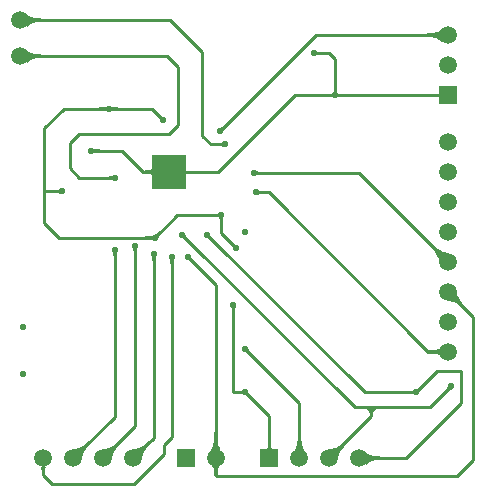
<source format=gbl>
G04*
G04 #@! TF.GenerationSoftware,Altium Limited,Altium Designer,18.1.7 (191)*
G04*
G04 Layer_Physical_Order=2*
G04 Layer_Color=16711680*
%FSLAX43Y43*%
%MOMM*%
G71*
G01*
G75*
%ADD51C,0.230*%
%ADD52R,3.000X3.000*%
%ADD53C,1.500*%
%ADD54R,1.500X1.500*%
%ADD55R,1.500X1.500*%
%ADD56C,0.550*%
%ADD57C,0.580*%
%ADD58C,0.900*%
G36*
X4813Y41219D02*
X4923Y41148D01*
X5050Y41086D01*
X5195Y41032D01*
X5357Y40986D01*
X5537Y40949D01*
X5734Y40919D01*
X6182Y40886D01*
X6432Y40882D01*
Y40652D01*
X6182Y40648D01*
X5734Y40615D01*
X5537Y40585D01*
X5357Y40548D01*
X5195Y40502D01*
X5050Y40448D01*
X4923Y40386D01*
X4813Y40315D01*
X4721Y40236D01*
Y41298D01*
X4813Y41219D01*
D02*
G37*
G36*
X39856Y38966D02*
X39764Y39045D01*
X39654Y39116D01*
X39527Y39178D01*
X39382Y39232D01*
X39220Y39278D01*
X39040Y39315D01*
X38843Y39345D01*
X38395Y39378D01*
X38145Y39382D01*
Y39612D01*
X38395Y39616D01*
X38843Y39649D01*
X39040Y39679D01*
X39220Y39716D01*
X39382Y39762D01*
X39527Y39816D01*
X39654Y39878D01*
X39764Y39949D01*
X39856Y40028D01*
Y38966D01*
D02*
G37*
G36*
X4813Y38171D02*
X4923Y38100D01*
X5050Y38038D01*
X5195Y37984D01*
X5357Y37938D01*
X5537Y37901D01*
X5734Y37871D01*
X6182Y37838D01*
X6432Y37834D01*
Y37604D01*
X6182Y37600D01*
X5734Y37567D01*
X5537Y37537D01*
X5357Y37500D01*
X5195Y37454D01*
X5050Y37400D01*
X4923Y37338D01*
X4813Y37267D01*
X4721Y37188D01*
Y38250D01*
X4813Y38171D01*
D02*
G37*
G36*
X11899Y33453D02*
X11928Y33440D01*
X11966Y33428D01*
X12013Y33418D01*
X12070Y33409D01*
X12208Y33396D01*
X12383Y33390D01*
X12484Y33389D01*
Y33159D01*
X12383Y33158D01*
X12070Y33139D01*
X12013Y33130D01*
X11966Y33120D01*
X11928Y33108D01*
X11899Y33095D01*
X11878Y33079D01*
Y33469D01*
X11899Y33453D01*
D02*
G37*
G36*
X11490Y33079D02*
X11469Y33095D01*
X11440Y33108D01*
X11402Y33120D01*
X11355Y33130D01*
X11298Y33139D01*
X11160Y33152D01*
X10985Y33158D01*
X10884Y33159D01*
Y33389D01*
X10985Y33390D01*
X11298Y33409D01*
X11355Y33418D01*
X11402Y33428D01*
X11440Y33440D01*
X11469Y33453D01*
X11490Y33469D01*
Y33079D01*
D02*
G37*
G36*
X15844Y32893D02*
X16079Y32685D01*
X16125Y32652D01*
X16165Y32625D01*
X16201Y32607D01*
X16231Y32596D01*
X16256Y32592D01*
X15981Y32317D01*
X15977Y32342D01*
X15966Y32372D01*
X15948Y32408D01*
X15921Y32448D01*
X15888Y32494D01*
X15799Y32601D01*
X15680Y32729D01*
X15609Y32801D01*
X15772Y32964D01*
X15844Y32893D01*
D02*
G37*
G36*
X21729Y31853D02*
X21658Y31781D01*
X21450Y31546D01*
X21417Y31500D01*
X21390Y31460D01*
X21372Y31424D01*
X21361Y31394D01*
X21357Y31369D01*
X21082Y31644D01*
X21107Y31648D01*
X21137Y31659D01*
X21173Y31677D01*
X21213Y31704D01*
X21259Y31737D01*
X21366Y31826D01*
X21494Y31945D01*
X21566Y32016D01*
X21729Y31853D01*
D02*
G37*
G36*
X21304Y30066D02*
X21283Y30082D01*
X21254Y30095D01*
X21216Y30107D01*
X21169Y30117D01*
X21112Y30126D01*
X20974Y30139D01*
X20799Y30145D01*
X20698Y30146D01*
Y30376D01*
X20799Y30377D01*
X21112Y30396D01*
X21169Y30405D01*
X21216Y30415D01*
X21254Y30427D01*
X21283Y30440D01*
X21304Y30456D01*
Y30066D01*
D02*
G37*
G36*
X10375Y29897D02*
X10404Y29884D01*
X10442Y29872D01*
X10489Y29862D01*
X10546Y29853D01*
X10684Y29840D01*
X10859Y29834D01*
X10960Y29833D01*
Y29603D01*
X10859Y29602D01*
X10546Y29583D01*
X10489Y29574D01*
X10442Y29564D01*
X10404Y29552D01*
X10375Y29539D01*
X10354Y29523D01*
Y29913D01*
X10375Y29897D01*
D02*
G37*
G36*
X15301Y27656D02*
X15295Y27689D01*
X15278Y27719D01*
X15249Y27744D01*
X15209Y27767D01*
X15157Y27786D01*
X15093Y27801D01*
X15018Y27813D01*
X14931Y27822D01*
X14723Y27829D01*
Y28059D01*
X14833Y28061D01*
X15018Y28075D01*
X15093Y28087D01*
X15157Y28102D01*
X15209Y28121D01*
X15249Y28144D01*
X15278Y28169D01*
X15295Y28199D01*
X15301Y28232D01*
Y27656D01*
D02*
G37*
G36*
X24218Y27992D02*
X24247Y27979D01*
X24285Y27967D01*
X24332Y27957D01*
X24389Y27948D01*
X24527Y27935D01*
X24702Y27929D01*
X24803Y27928D01*
Y27698D01*
X24702Y27697D01*
X24389Y27678D01*
X24332Y27669D01*
X24285Y27659D01*
X24247Y27647D01*
X24218Y27634D01*
X24197Y27618D01*
Y28008D01*
X24218Y27992D01*
D02*
G37*
G36*
X11998Y27229D02*
X11977Y27244D01*
X11948Y27258D01*
X11910Y27270D01*
X11863Y27280D01*
X11806Y27289D01*
X11668Y27301D01*
X11493Y27308D01*
X11392Y27309D01*
Y27539D01*
X11493Y27539D01*
X11806Y27559D01*
X11863Y27567D01*
X11910Y27578D01*
X11948Y27590D01*
X11977Y27603D01*
X11998Y27618D01*
Y27229D01*
D02*
G37*
G36*
X7502Y26094D02*
X7482Y26110D01*
X7452Y26123D01*
X7414Y26135D01*
X7367Y26145D01*
X7311Y26154D01*
X7172Y26167D01*
X6997Y26173D01*
X6897Y26174D01*
Y26404D01*
X6997Y26405D01*
X7311Y26424D01*
X7367Y26433D01*
X7414Y26443D01*
X7452Y26455D01*
X7482Y26468D01*
X7502Y26484D01*
Y26094D01*
D02*
G37*
G36*
X24345Y26373D02*
X24374Y26360D01*
X24412Y26348D01*
X24459Y26338D01*
X24516Y26329D01*
X24654Y26316D01*
X24829Y26310D01*
X24930Y26309D01*
Y26079D01*
X24829Y26078D01*
X24516Y26059D01*
X24459Y26050D01*
X24412Y26040D01*
X24374Y26028D01*
X24345Y26015D01*
X24324Y25999D01*
Y26389D01*
X24345Y26373D01*
D02*
G37*
G36*
X21015Y24063D02*
X21404D01*
X21388Y24042D01*
X21375Y24013D01*
X21363Y23975D01*
X21353Y23928D01*
X21344Y23871D01*
X21331Y23733D01*
X21325Y23558D01*
X21324Y23457D01*
X21094D01*
X21093Y23558D01*
X21074Y23871D01*
X21065Y23928D01*
X21055Y23975D01*
X21043Y24013D01*
X21030Y24042D01*
X21015Y24063D01*
X20994Y24078D01*
X20965Y24091D01*
X20927Y24103D01*
X20880Y24113D01*
X20823Y24122D01*
X20685Y24135D01*
X20510Y24141D01*
X20409Y24142D01*
Y24372D01*
X20510Y24373D01*
X20823Y24392D01*
X20880Y24401D01*
X20927Y24411D01*
X20965Y24423D01*
X20994Y24436D01*
X21015Y24452D01*
Y24063D01*
D02*
G37*
G36*
X16192Y22836D02*
X16121Y22764D01*
X15913Y22529D01*
X15880Y22483D01*
X15854Y22443D01*
X15835Y22407D01*
X15824Y22377D01*
X15820Y22352D01*
X15545Y22627D01*
X15570Y22631D01*
X15600Y22642D01*
X15636Y22660D01*
X15676Y22687D01*
X15722Y22720D01*
X15829Y22809D01*
X15957Y22928D01*
X16029Y22999D01*
X16192Y22836D01*
D02*
G37*
G36*
X15351Y22157D02*
X15330Y22173D01*
X15301Y22186D01*
X15263Y22198D01*
X15216Y22208D01*
X15159Y22217D01*
X15021Y22230D01*
X14846Y22236D01*
X14745Y22237D01*
Y22467D01*
X14846Y22468D01*
X15159Y22487D01*
X15216Y22496D01*
X15263Y22506D01*
X15301Y22518D01*
X15330Y22531D01*
X15351Y22547D01*
Y22157D01*
D02*
G37*
G36*
X20269Y22581D02*
X20280Y22551D01*
X20299Y22515D01*
X20325Y22475D01*
X20358Y22429D01*
X20447Y22322D01*
X20566Y22194D01*
X20637Y22122D01*
X20474Y21959D01*
X20402Y22030D01*
X20167Y22238D01*
X20121Y22271D01*
X20081Y22298D01*
X20045Y22316D01*
X20015Y22327D01*
X19990Y22331D01*
X20265Y22606D01*
X20269Y22581D01*
D02*
G37*
G36*
X18186D02*
X18197Y22551D01*
X18215Y22515D01*
X18242Y22475D01*
X18275Y22429D01*
X18364Y22322D01*
X18483Y22194D01*
X18554Y22122D01*
X18391Y21959D01*
X18319Y22030D01*
X18084Y22238D01*
X18038Y22271D01*
X17998Y22298D01*
X17962Y22316D01*
X17932Y22327D01*
X17907Y22331D01*
X18182Y22606D01*
X18186Y22581D01*
D02*
G37*
G36*
X22067Y22039D02*
X22302Y21831D01*
X22348Y21798D01*
X22388Y21771D01*
X22424Y21753D01*
X22454Y21742D01*
X22479Y21738D01*
X22204Y21463D01*
X22200Y21488D01*
X22189Y21518D01*
X22170Y21554D01*
X22144Y21594D01*
X22111Y21640D01*
X22022Y21747D01*
X21903Y21875D01*
X21832Y21947D01*
X21995Y22110D01*
X22067Y22039D01*
D02*
G37*
G36*
X14083Y21442D02*
X14069Y21413D01*
X14057Y21374D01*
X14047Y21327D01*
X14038Y21271D01*
X14026Y21132D01*
X14019Y20957D01*
X14018Y20857D01*
X13788D01*
X13788Y20957D01*
X13769Y21271D01*
X13760Y21327D01*
X13749Y21374D01*
X13738Y21413D01*
X13724Y21442D01*
X13709Y21462D01*
X14098D01*
X14083Y21442D01*
D02*
G37*
G36*
X12371Y21121D02*
X12358Y21092D01*
X12346Y21054D01*
X12336Y21007D01*
X12327Y20950D01*
X12314Y20812D01*
X12308Y20637D01*
X12307Y20536D01*
X12077D01*
X12076Y20637D01*
X12057Y20950D01*
X12048Y21007D01*
X12038Y21054D01*
X12026Y21092D01*
X12013Y21121D01*
X11997Y21142D01*
X12387D01*
X12371Y21121D01*
D02*
G37*
G36*
X39062Y21816D02*
X39403Y21523D01*
X39563Y21404D01*
X39716Y21303D01*
X39864Y21221D01*
X40004Y21157D01*
X40138Y21111D01*
X40266Y21083D01*
X40386Y21074D01*
X39636Y20324D01*
X39627Y20444D01*
X39599Y20572D01*
X39553Y20706D01*
X39489Y20846D01*
X39407Y20994D01*
X39306Y21147D01*
X39187Y21307D01*
X38894Y21648D01*
X38720Y21827D01*
X38883Y21990D01*
X39062Y21816D01*
D02*
G37*
G36*
X15673Y20740D02*
X15660Y20711D01*
X15648Y20673D01*
X15638Y20626D01*
X15629Y20569D01*
X15616Y20431D01*
X15610Y20256D01*
X15609Y20155D01*
X15379D01*
X15378Y20256D01*
X15359Y20569D01*
X15350Y20626D01*
X15340Y20673D01*
X15328Y20711D01*
X15315Y20740D01*
X15299Y20761D01*
X15689D01*
X15673Y20740D01*
D02*
G37*
G36*
X18694Y20676D02*
X18705Y20646D01*
X18723Y20610D01*
X18750Y20570D01*
X18783Y20524D01*
X18872Y20417D01*
X18991Y20289D01*
X19062Y20217D01*
X18899Y20054D01*
X18827Y20125D01*
X18592Y20333D01*
X18546Y20366D01*
X18506Y20392D01*
X18470Y20411D01*
X18440Y20422D01*
X18415Y20426D01*
X18690Y20701D01*
X18694Y20676D01*
D02*
G37*
G36*
X17208Y20486D02*
X17195Y20457D01*
X17183Y20419D01*
X17173Y20372D01*
X17164Y20315D01*
X17151Y20177D01*
X17145Y20002D01*
X17144Y19901D01*
X16914D01*
X16913Y20002D01*
X16894Y20315D01*
X16885Y20372D01*
X16875Y20419D01*
X16863Y20457D01*
X16850Y20486D01*
X16834Y20507D01*
X17224D01*
X17208Y20486D01*
D02*
G37*
G36*
X41145Y17664D02*
X41173Y17536D01*
X41219Y17402D01*
X41283Y17262D01*
X41365Y17114D01*
X41466Y16961D01*
X41585Y16801D01*
X41878Y16460D01*
X42052Y16281D01*
X41889Y16118D01*
X41710Y16292D01*
X41369Y16585D01*
X41209Y16704D01*
X41056Y16805D01*
X40908Y16887D01*
X40768Y16951D01*
X40634Y16997D01*
X40506Y17025D01*
X40386Y17034D01*
X41136Y17784D01*
X41145Y17664D01*
D02*
G37*
G36*
X22404Y16476D02*
X22391Y16447D01*
X22379Y16409D01*
X22369Y16362D01*
X22360Y16305D01*
X22347Y16167D01*
X22341Y15992D01*
X22340Y15891D01*
X22110D01*
X22109Y15992D01*
X22090Y16305D01*
X22081Y16362D01*
X22071Y16409D01*
X22059Y16447D01*
X22046Y16476D01*
X22030Y16497D01*
X22420D01*
X22404Y16476D01*
D02*
G37*
G36*
X39729Y12342D02*
X39695Y12389D01*
X39646Y12431D01*
X39582Y12468D01*
X39504Y12500D01*
X39412Y12527D01*
X39304Y12549D01*
X39183Y12567D01*
X38896Y12587D01*
X38731Y12589D01*
Y12819D01*
X38896Y12821D01*
X39183Y12841D01*
X39304Y12859D01*
X39412Y12881D01*
X39504Y12908D01*
X39582Y12940D01*
X39646Y12977D01*
X39695Y13019D01*
X39729Y13066D01*
Y12342D01*
D02*
G37*
G36*
X23520Y12929D02*
X23531Y12899D01*
X23549Y12863D01*
X23576Y12823D01*
X23609Y12777D01*
X23698Y12670D01*
X23817Y12542D01*
X23888Y12470D01*
X23725Y12307D01*
X23653Y12378D01*
X23418Y12586D01*
X23372Y12619D01*
X23332Y12646D01*
X23296Y12664D01*
X23266Y12675D01*
X23241Y12679D01*
X23516Y12954D01*
X23520Y12929D01*
D02*
G37*
G36*
X38366Y9755D02*
X38295Y9683D01*
X38087Y9448D01*
X38054Y9402D01*
X38028Y9362D01*
X38009Y9326D01*
X37998Y9296D01*
X37994Y9271D01*
X37719Y9546D01*
X37744Y9550D01*
X37774Y9561D01*
X37810Y9580D01*
X37850Y9606D01*
X37896Y9639D01*
X38003Y9728D01*
X38131Y9847D01*
X38203Y9918D01*
X38366Y9755D01*
D02*
G37*
G36*
X40640Y9504D02*
X40615Y9500D01*
X40585Y9489D01*
X40549Y9470D01*
X40509Y9444D01*
X40463Y9411D01*
X40356Y9322D01*
X40228Y9203D01*
X40156Y9132D01*
X39993Y9295D01*
X40064Y9367D01*
X40272Y9602D01*
X40305Y9648D01*
X40332Y9688D01*
X40350Y9724D01*
X40361Y9754D01*
X40365Y9779D01*
X40640Y9504D01*
D02*
G37*
G36*
X37525Y9076D02*
X37504Y9092D01*
X37475Y9105D01*
X37437Y9117D01*
X37390Y9127D01*
X37333Y9136D01*
X37195Y9149D01*
X37020Y9155D01*
X36919Y9156D01*
Y9386D01*
X37020Y9387D01*
X37333Y9406D01*
X37390Y9415D01*
X37437Y9425D01*
X37475Y9437D01*
X37504Y9450D01*
X37525Y9466D01*
Y9076D01*
D02*
G37*
G36*
X23047D02*
X23026Y9092D01*
X22997Y9105D01*
X22959Y9117D01*
X22912Y9127D01*
X22855Y9136D01*
X22717Y9149D01*
X22542Y9155D01*
X22441Y9156D01*
Y9386D01*
X22542Y9387D01*
X22855Y9406D01*
X22912Y9415D01*
X22959Y9425D01*
X22997Y9437D01*
X23026Y9450D01*
X23047Y9466D01*
Y9076D01*
D02*
G37*
G36*
X23520Y9246D02*
X23531Y9216D01*
X23549Y9180D01*
X23576Y9140D01*
X23609Y9094D01*
X23698Y8987D01*
X23817Y8859D01*
X23888Y8787D01*
X23725Y8624D01*
X23653Y8695D01*
X23418Y8903D01*
X23372Y8936D01*
X23332Y8962D01*
X23296Y8981D01*
X23266Y8992D01*
X23241Y8996D01*
X23516Y9271D01*
X23520Y9246D01*
D02*
G37*
G36*
X34599Y7886D02*
X34490Y7880D01*
X34392Y7860D01*
X34306Y7828D01*
X34231Y7782D01*
X34168Y7724D01*
X34116Y7653D01*
X34076Y7569D01*
X34047Y7472D01*
X34030Y7362D01*
X34024Y7239D01*
X33794D01*
X33788Y7362D01*
X33771Y7472D01*
X33742Y7569D01*
X33702Y7653D01*
X33650Y7724D01*
X33587Y7782D01*
X33512Y7828D01*
X33426Y7860D01*
X33328Y7880D01*
X33219Y7886D01*
X33909Y8116D01*
X34599Y7886D01*
D02*
G37*
G36*
X25390Y4895D02*
X25404Y4710D01*
X25416Y4635D01*
X25431Y4571D01*
X25450Y4519D01*
X25473Y4479D01*
X25498Y4450D01*
X25528Y4433D01*
X25560Y4427D01*
X24986D01*
X25018Y4433D01*
X25048Y4450D01*
X25073Y4479D01*
X25096Y4519D01*
X25115Y4571D01*
X25130Y4635D01*
X25142Y4710D01*
X25151Y4797D01*
X25158Y5005D01*
X25388D01*
X25390Y4895D01*
D02*
G37*
G36*
X27932Y5674D02*
X27965Y5226D01*
X27995Y5029D01*
X28032Y4849D01*
X28078Y4687D01*
X28132Y4542D01*
X28194Y4415D01*
X28265Y4305D01*
X28344Y4213D01*
X27282D01*
X27361Y4305D01*
X27432Y4415D01*
X27494Y4542D01*
X27548Y4687D01*
X27594Y4849D01*
X27631Y5029D01*
X27661Y5226D01*
X27694Y5674D01*
X27698Y5924D01*
X27928D01*
X27932Y5674D01*
D02*
G37*
G36*
X20847D02*
X20880Y5226D01*
X20910Y5029D01*
X20947Y4849D01*
X20993Y4687D01*
X21047Y4542D01*
X21109Y4415D01*
X21180Y4305D01*
X21259Y4213D01*
X20197D01*
X20276Y4305D01*
X20347Y4415D01*
X20409Y4542D01*
X20463Y4687D01*
X20509Y4849D01*
X20546Y5029D01*
X20576Y5226D01*
X20609Y5674D01*
X20613Y5924D01*
X20843D01*
X20847Y5674D01*
D02*
G37*
G36*
X32019Y5186D02*
X31845Y5007D01*
X31552Y4666D01*
X31433Y4506D01*
X31332Y4353D01*
X31250Y4205D01*
X31186Y4065D01*
X31140Y3931D01*
X31112Y3803D01*
X31103Y3683D01*
X30353Y4433D01*
X30473Y4442D01*
X30601Y4470D01*
X30735Y4516D01*
X30875Y4580D01*
X31023Y4662D01*
X31176Y4763D01*
X31336Y4882D01*
X31677Y5175D01*
X31856Y5349D01*
X32019Y5186D01*
D02*
G37*
G36*
X15409D02*
X15235Y5007D01*
X14942Y4666D01*
X14823Y4506D01*
X14722Y4353D01*
X14640Y4205D01*
X14576Y4065D01*
X14530Y3931D01*
X14502Y3803D01*
X14493Y3683D01*
X13743Y4433D01*
X13863Y4442D01*
X13991Y4470D01*
X14125Y4516D01*
X14265Y4580D01*
X14413Y4662D01*
X14566Y4763D01*
X14726Y4882D01*
X15067Y5175D01*
X15246Y5349D01*
X15409Y5186D01*
D02*
G37*
G36*
X12869D02*
X12695Y5007D01*
X12402Y4666D01*
X12283Y4506D01*
X12182Y4353D01*
X12100Y4205D01*
X12036Y4065D01*
X11990Y3931D01*
X11962Y3803D01*
X11953Y3683D01*
X11203Y4433D01*
X11323Y4442D01*
X11451Y4470D01*
X11585Y4516D01*
X11725Y4580D01*
X11873Y4662D01*
X12026Y4763D01*
X12186Y4882D01*
X12527Y5175D01*
X12706Y5349D01*
X12869Y5186D01*
D02*
G37*
G36*
X10329D02*
X10155Y5007D01*
X9862Y4666D01*
X9743Y4506D01*
X9642Y4353D01*
X9560Y4205D01*
X9496Y4065D01*
X9450Y3931D01*
X9422Y3803D01*
X9413Y3683D01*
X8663Y4433D01*
X8783Y4442D01*
X8911Y4470D01*
X9045Y4516D01*
X9185Y4580D01*
X9333Y4662D01*
X9486Y4763D01*
X9646Y4882D01*
X9987Y5175D01*
X10166Y5349D01*
X10329Y5186D01*
D02*
G37*
G36*
X33515Y4135D02*
X33625Y4064D01*
X33752Y4002D01*
X33897Y3948D01*
X34059Y3902D01*
X34239Y3865D01*
X34436Y3835D01*
X34884Y3802D01*
X35134Y3798D01*
Y3568D01*
X34884Y3564D01*
X34436Y3531D01*
X34239Y3501D01*
X34059Y3464D01*
X33897Y3418D01*
X33752Y3364D01*
X33625Y3302D01*
X33515Y3231D01*
X33423Y3152D01*
Y4214D01*
X33515Y4135D01*
D02*
G37*
G36*
X6354Y2963D02*
X6330Y2934D01*
X6308Y2894D01*
X6290Y2843D01*
X6274Y2779D01*
X6261Y2704D01*
X6251Y2617D01*
X6239Y2408D01*
X6238Y2286D01*
X6008D01*
X6007Y2408D01*
X5985Y2704D01*
X5972Y2779D01*
X5956Y2843D01*
X5938Y2894D01*
X5916Y2934D01*
X5892Y2963D01*
X5864Y2979D01*
X6382D01*
X6354Y2963D01*
D02*
G37*
G36*
X21001Y2976D02*
X20968Y2938D01*
X20938Y2887D01*
X20913Y2823D01*
X20892Y2746D01*
X20874Y2655D01*
X20861Y2551D01*
X20845Y2303D01*
X20843Y2159D01*
X20613D01*
X20611Y2303D01*
X20582Y2655D01*
X20564Y2746D01*
X20543Y2823D01*
X20518Y2887D01*
X20488Y2938D01*
X20455Y2976D01*
X20418Y3000D01*
X21038D01*
X21001Y2976D01*
D02*
G37*
D51*
X30836Y34417D02*
Y37490D01*
X30353Y37973D02*
X30836Y37490D01*
X29083Y37973D02*
X30353D01*
X20959Y27944D02*
X27432Y34417D01*
X30836D01*
X40386D01*
X21082Y31369D02*
X29210Y39497D01*
X16891Y40767D02*
X19558Y38100D01*
X4191Y40767D02*
X16891D01*
X16637Y37719D02*
X17526Y36830D01*
X4191Y37719D02*
X16637D01*
X6223Y26416D02*
Y31623D01*
Y23622D02*
Y26416D01*
X6350Y26289D01*
X7696D01*
X9179Y27424D02*
X12192D01*
X8382Y28221D02*
X9179Y27424D01*
X8382Y28221D02*
Y30353D01*
X20285Y30261D02*
X21498D01*
X19558Y30988D02*
X20285Y30261D01*
X19558Y30988D02*
Y38100D01*
X17526Y31877D02*
Y36830D01*
X16764Y31115D02*
X17526Y31877D01*
X9144Y31115D02*
X16764D01*
X8382Y30353D02*
X9144Y31115D01*
X15299Y33274D02*
X16256Y32317D01*
X11684Y33274D02*
X15299D01*
X7874D02*
X11684D01*
X6223Y31623D02*
X7874Y33274D01*
X7493Y22352D02*
X15545D01*
X6223Y23622D02*
X7493Y22352D01*
X16795Y27944D02*
X20959D01*
X17450Y24257D02*
X21209D01*
X15545Y22352D02*
X17450Y24257D01*
X22225Y9271D02*
X23241D01*
X22225D02*
Y16691D01*
X25273Y3683D02*
Y7239D01*
X23241Y9271D02*
X25273Y7239D01*
X27813Y3683D02*
Y8382D01*
X23241Y12954D02*
X27813Y8382D01*
X39497Y11049D02*
X41529D01*
Y8382D02*
Y11049D01*
X36830Y3683D02*
X41529Y8382D01*
X40386Y17784D02*
X42545Y15625D01*
Y3556D02*
Y15625D01*
X41148Y2159D02*
X42545Y3556D01*
X33909Y8001D02*
X38862D01*
X32512D02*
X33909D01*
Y7239D02*
Y8001D01*
X30353Y3683D02*
X33909Y7239D01*
X32893Y3683D02*
X36830D01*
X37719Y9271D02*
X39497Y11049D01*
X20728Y3683D02*
Y18388D01*
Y2159D02*
Y3683D01*
Y2159D02*
X41148D01*
X21209Y22733D02*
Y24257D01*
Y22733D02*
X22479Y21463D01*
X14601Y27944D02*
X16795D01*
X12827Y29718D02*
X14601Y27944D01*
X10160Y29718D02*
X12827D01*
X38731Y12704D02*
X40386D01*
X25241Y26194D02*
X38731Y12704D01*
X24130Y26194D02*
X25241D01*
X32897Y27813D02*
X40386Y20324D01*
X24003Y27813D02*
X32897D01*
X29210Y39497D02*
X40386D01*
X38862Y8001D02*
X40640Y9779D01*
X17907Y22606D02*
X32512Y8001D01*
X33325Y9271D02*
X37719D01*
X40640Y9652D02*
Y9779D01*
X19990Y22606D02*
X33325Y9271D01*
X17907Y22549D02*
Y22606D01*
X12192Y7212D02*
Y21336D01*
X8663Y3683D02*
X12192Y7212D01*
X17029Y5472D02*
Y20701D01*
X16383Y4826D02*
X17029Y5472D01*
X16383Y4064D02*
Y4826D01*
X13843Y1524D02*
X16383Y4064D01*
X6885Y1524D02*
X13843D01*
X13743Y3683D02*
X15494Y5434D01*
Y20955D01*
X11203Y3683D02*
X13903Y6383D01*
Y21657D01*
X6123Y2286D02*
Y3683D01*
Y2286D02*
X6885Y1524D01*
X18415Y20701D02*
X20728Y18388D01*
D52*
X16795Y27944D02*
D03*
D53*
X4191Y37719D02*
D03*
Y40767D02*
D03*
X32893Y3683D02*
D03*
X30353D02*
D03*
X27813D02*
D03*
X20728D02*
D03*
X40386Y36957D02*
D03*
Y39497D02*
D03*
Y30484D02*
D03*
Y27944D02*
D03*
Y25404D02*
D03*
Y22864D02*
D03*
Y20324D02*
D03*
Y17784D02*
D03*
Y15244D02*
D03*
Y12704D02*
D03*
X13743Y3683D02*
D03*
X11203D02*
D03*
X8663D02*
D03*
X6123D02*
D03*
D54*
X25273D02*
D03*
X18188D02*
D03*
D55*
X40386Y34417D02*
D03*
D56*
X30836D02*
D03*
X21082Y31369D02*
D03*
X7696Y26289D02*
D03*
X21498Y30261D02*
D03*
X12192Y27424D02*
D03*
X29083Y37973D02*
D03*
X11684Y33274D02*
D03*
X23241Y9271D02*
D03*
Y12954D02*
D03*
X10160Y29718D02*
D03*
X22479Y21463D02*
D03*
X22225Y16691D02*
D03*
X24003Y27813D02*
D03*
X24130Y26194D02*
D03*
X40640Y9779D02*
D03*
X37719Y9271D02*
D03*
X12192Y21336D02*
D03*
X18415Y20701D02*
D03*
X17029D02*
D03*
X23241Y22860D02*
D03*
X15494Y20955D02*
D03*
X13903Y21657D02*
D03*
X16256Y32317D02*
D03*
X19990Y22606D02*
D03*
X17907D02*
D03*
X21209Y24257D02*
D03*
X15545Y22352D02*
D03*
D57*
X4367Y10827D02*
D03*
Y14827D02*
D03*
D58*
X17399Y28571D02*
D03*
X16129Y27301D02*
D03*
Y28571D02*
D03*
X17399Y27305D02*
D03*
M02*

</source>
